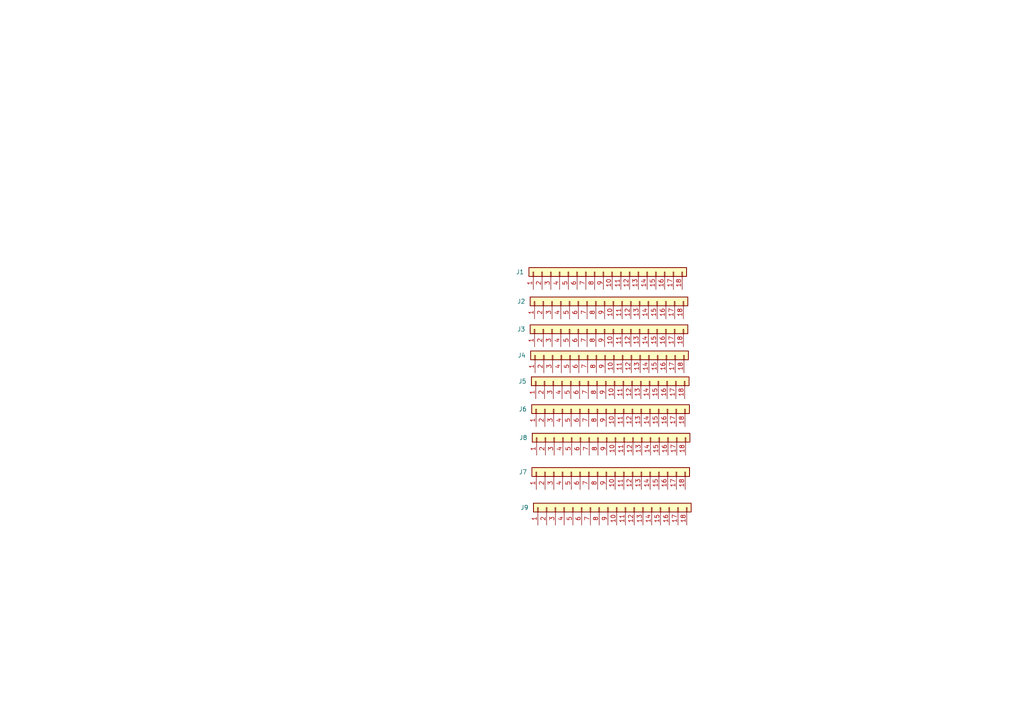
<source format=kicad_sch>
(kicad_sch (version 20211123) (generator eeschema)
  (paper "A4")
  (lib_symbols
    (symbol "Connector_Generic:Conn_01x18" (pin_names (offset 1.016) hide)
      (property "Reference" "J" (at 0 22.86 0))
      (property "Value" "Conn_01x18" (at 0 -25.4 0))
      (symbol "Conn_01x18_1_1"
        (rectangle (start -1.27 -22.733) (end 0 -22.987) (stroke (width 0.1524)))
        (rectangle (start -1.27 -20.193) (end 0 -20.447) (stroke (width 0.1524)))
        (rectangle (start -1.27 -17.653) (end 0 -17.907) (stroke (width 0.1524)))
        (rectangle (start -1.27 -15.113) (end 0 -15.367) (stroke (width 0.1524)))
        (rectangle (start -1.27 -12.573) (end 0 -12.827) (stroke (width 0.1524)))
        (rectangle (start -1.27 -10.033) (end 0 -10.287) (stroke (width 0.1524)))
        (rectangle (start -1.27 -7.493) (end 0 -7.747) (stroke (width 0.1524)))
        (rectangle (start -1.27 -4.953) (end 0 -5.207) (stroke (width 0.1524)))
        (rectangle (start -1.27 -2.413) (end 0 -2.667) (stroke (width 0.1524)))
        (rectangle (start -1.27 0.127) (end 0 -0.127) (stroke (width 0.1524)))
        (rectangle (start -1.27 2.667) (end 0 2.413) (stroke (width 0.1524)))
        (rectangle (start -1.27 5.207) (end 0 4.953) (stroke (width 0.1524)))
        (rectangle (start -1.27 7.747) (end 0 7.493) (stroke (width 0.1524)))
        (rectangle (start -1.27 10.287) (end 0 10.033) (stroke (width 0.1524)))
        (rectangle (start -1.27 12.827) (end 0 12.573) (stroke (width 0.1524)))
        (rectangle (start -1.27 15.367) (end 0 15.113) (stroke (width 0.1524)))
        (rectangle (start -1.27 17.907) (end 0 17.653) (stroke (width 0.1524)))
        (rectangle (start -1.27 20.447) (end 0 20.193) (stroke (width 0.1524)))
        (rectangle (start -1.27 21.59) (end 1.27 -24.13) (stroke (width 0.254)) (fill (type background)))
        (pin passive line (at -5.08 20.32 0) (length 3.81) (name "Pin_1") (number "1"))
        (pin passive line (at -5.08 -2.54 0) (length 3.81) (name "Pin_10") (number "10"))
        (pin passive line (at -5.08 -5.08 0) (length 3.81) (name "Pin_11") (number "11"))
        (pin passive line (at -5.08 -7.62 0) (length 3.81) (name "Pin_12") (number "12"))
        (pin passive line (at -5.08 -10.16 0) (length 3.81) (name "Pin_13") (number "13"))
        (pin passive line (at -5.08 -12.7 0) (length 3.81) (name "Pin_14") (number "14"))
        (pin passive line (at -5.08 -15.24 0) (length 3.81) (name "Pin_15") (number "15"))
        (pin passive line (at -5.08 -17.78 0) (length 3.81) (name "Pin_16") (number "16"))
        (pin passive line (at -5.08 -20.32 0) (length 3.81) (name "Pin_17") (number "17"))
        (pin passive line (at -5.08 -22.86 0) (length 3.81) (name "Pin_18") (number "18"))
        (pin passive line (at -5.08 17.78 0) (length 3.81) (name "Pin_2") (number "2"))
        (pin passive line (at -5.08 15.24 0) (length 3.81) (name "Pin_3") (number "3"))
        (pin passive line (at -5.08 12.7 0) (length 3.81) (name "Pin_4") (number "4"))
        (pin passive line (at -5.08 10.16 0) (length 3.81) (name "Pin_5") (number "5"))
        (pin passive line (at -5.08 7.62 0) (length 3.81) (name "Pin_6") (number "6"))
        (pin passive line (at -5.08 5.08 0) (length 3.81) (name "Pin_7") (number "7"))
        (pin passive line (at -5.08 2.54 0) (length 3.81) (name "Pin_8") (number "8"))
        (pin passive line (at -5.08 0 0) (length 3.81) (name "Pin_9") (number "9"))
      )
    )
  )
  (symbol (lib_id "Connector_Generic:Conn_01x18") (at 175.8696 136.906 90) (unit 1)
    (property "Reference" "J7" (at 151.6888 136.906 90))
    (property "Value" "Conn_01x18" (effects hide))
    (property "Footprint" "A_Personal:Stripboard_1x18_P2.54mm_Vertical" (effects hide))
  )
  (symbol (lib_id "Connector_Generic:Conn_01x18") (at 175.3616 95.504 90) (unit 1)
    (property "Reference" "J3" (at 151.1808 95.504 90))
    (property "Value" "Conn_01x18" (effects hide))
    (property "Footprint" "A_Personal:Stripboard_1x18_P2.54mm_Vertical" (effects hide))
  )
  (symbol (lib_id "Connector_Generic:Conn_01x18") (at 175.9712 126.9492 90) (unit 1)
    (property "Reference" "J8" (at 151.7904 126.9492 90))
    (property "Value" "Conn_01x18" (effects hide))
    (property "Footprint" "A_Personal:Stripboard_1x18_P2.54mm_Vertical" (effects hide))
  )
  (symbol (lib_id "Connector_Generic:Conn_01x18") (at 175.7172 110.5916 90) (unit 1)
    (property "Reference" "J5" (at 151.5364 110.5916 90))
    (property "Value" "Conn_01x18" (effects hide))
    (property "Footprint" "A_Personal:Stripboard_1x18_P2.54mm_Vertical" (effects hide))
  )
  (symbol (lib_id "Connector_Generic:Conn_01x18") (at 175.514 103.0732 90) (unit 1)
    (property "Reference" "J4" (at 151.3332 103.0732 90))
    (property "Value" "Conn_01x18" (effects hide))
    (property "Footprint" "A_Personal:Stripboard_1x18_P2.54mm_Vertical" (effects hide))
  )
  (symbol (lib_id "Connector_Generic:Conn_01x18") (at 175.006 78.8924 90) (unit 1)
    (property "Reference" "J1" (at 150.8252 78.8924 90))
    (property "Value" "Conn_01x18" (effects hide))
    (property "Footprint" "A_Personal:Stripboard_1x18_P2.54mm_Vertical" (effects hide))
  )
  (symbol (lib_id "Connector_Generic:Conn_01x18") (at 176.3268 147.2184 90) (unit 1)
    (property "Reference" "J9" (at 152.146 147.2184 90))
    (property "Value" "Conn_01x18" (effects hide))
    (property "Footprint" "A_Personal:Stripboard_1x18_P2.54mm_Vertical" (effects hide))
  )
  (symbol (lib_id "Connector_Generic:Conn_01x18") (at 175.8188 118.6688 90) (unit 1)
    (property "Reference" "J6" (at 151.638 118.6688 90))
    (property "Value" "Conn_01x18" (effects hide))
    (property "Footprint" "A_Personal:Stripboard_1x18_P2.54mm_Vertical" (effects hide))
  )
  (symbol (lib_id "Connector_Generic:Conn_01x18") (at 175.3616 87.4268 90) (unit 1)
    (property "Reference" "J2" (at 151.1808 87.4268 90))
    (property "Value" "Conn_01x18" (effects hide))
    (property "Footprint" "A_Personal:Stripboard_1x18_P2.54mm_Vertical" (effects hide))
  )
)
</source>
